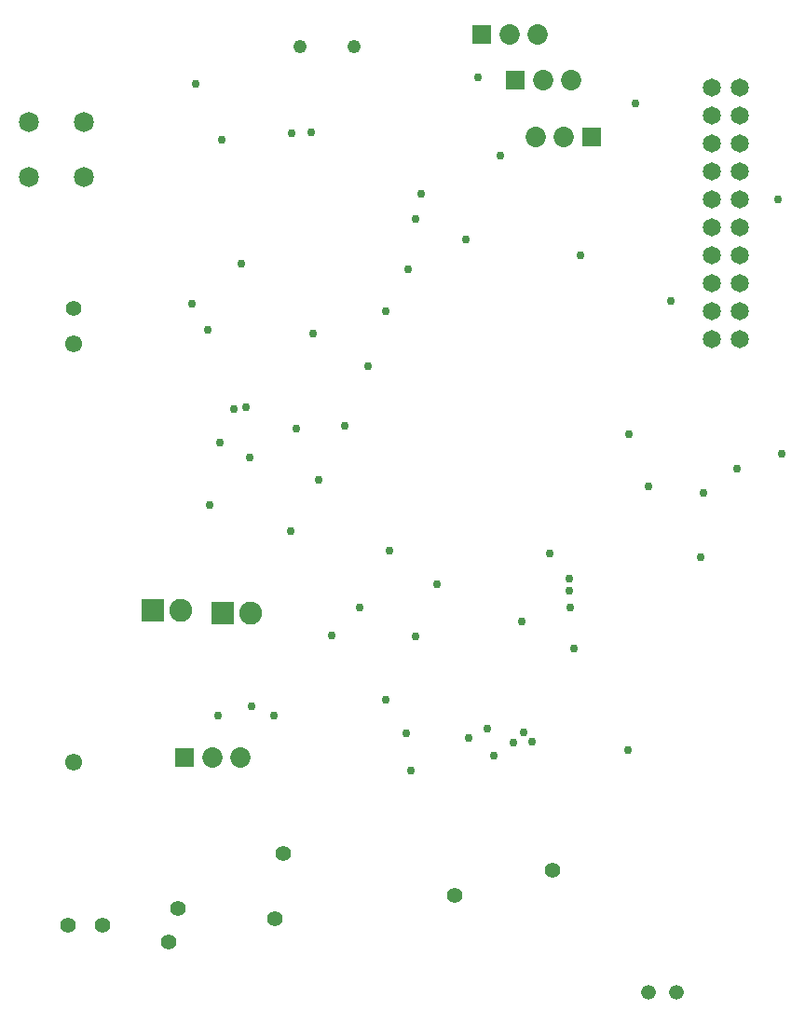
<source format=gbs>
G04*
G04 #@! TF.GenerationSoftware,Altium Limited,Altium Designer,18.1.9 (240)*
G04*
G04 Layer_Color=16711935*
%FSAX24Y24*%
%MOIN*%
G70*
G01*
G75*
%ADD48R,0.0708X0.0708*%
%ADD49C,0.0729*%
%ADD50C,0.0650*%
%ADD51C,0.0522*%
%ADD52C,0.0719*%
%ADD53C,0.0483*%
%ADD54C,0.0611*%
%ADD55R,0.0793X0.0793*%
%ADD56C,0.0818*%
%ADD57C,0.0300*%
%ADD58C,0.0550*%
D48*
X017925Y022361D02*
D03*
X029750Y046567D02*
D03*
X032500Y044539D02*
D03*
X028537Y048221D02*
D03*
D49*
X018925Y022361D02*
D03*
X019925D02*
D03*
X030750Y046567D02*
D03*
X031750D02*
D03*
X030500Y044539D02*
D03*
X031500D02*
D03*
X030537Y048221D02*
D03*
X029537D02*
D03*
D50*
X036795Y037300D02*
D03*
X037795D02*
D03*
X036795Y038300D02*
D03*
X037795D02*
D03*
X036795Y039300D02*
D03*
X037795D02*
D03*
X036795Y040300D02*
D03*
X037795D02*
D03*
X036795Y041300D02*
D03*
X037795D02*
D03*
X036795Y042300D02*
D03*
X037795D02*
D03*
X036795Y043300D02*
D03*
X037795D02*
D03*
X036795Y044300D02*
D03*
X037795D02*
D03*
X036795Y045300D02*
D03*
X037795D02*
D03*
X036795Y046300D02*
D03*
X037795D02*
D03*
D51*
X034522Y013950D02*
D03*
X035522D02*
D03*
D52*
X014334Y043116D02*
D03*
Y045084D02*
D03*
X012366D02*
D03*
Y043116D02*
D03*
D53*
X022064Y047771D02*
D03*
X023985D02*
D03*
D54*
X013950Y022187D02*
D03*
Y037148D02*
D03*
D55*
X016793Y027600D02*
D03*
X019300Y027533D02*
D03*
D56*
X017793Y027600D02*
D03*
X020300Y027533D02*
D03*
D57*
X031695Y028323D02*
D03*
X031718Y027700D02*
D03*
X020328Y024173D02*
D03*
X020115Y034876D02*
D03*
X030068Y023260D02*
D03*
X028763Y023367D02*
D03*
X025868Y023229D02*
D03*
X026018Y021871D02*
D03*
X021708Y030460D02*
D03*
X022708Y032270D02*
D03*
X019179Y033610D02*
D03*
X019688Y034810D02*
D03*
X019268Y044447D02*
D03*
X024193Y027725D02*
D03*
X026186Y026671D02*
D03*
X029984Y027213D02*
D03*
X026966Y028538D02*
D03*
X033813Y033923D02*
D03*
X026380Y042521D02*
D03*
X028431Y046670D02*
D03*
X029222Y043871D02*
D03*
X035309Y038671D02*
D03*
X026181Y041621D02*
D03*
X027981Y040871D02*
D03*
X025930Y039821D02*
D03*
X032100Y040300D02*
D03*
X025107Y038300D02*
D03*
X039150Y042300D02*
D03*
X022443Y044719D02*
D03*
X019942Y040004D02*
D03*
X018189Y038573D02*
D03*
X021767Y044676D02*
D03*
X024475Y036337D02*
D03*
X022527Y037527D02*
D03*
X018750Y037650D02*
D03*
X018334Y046457D02*
D03*
X021922Y034109D02*
D03*
X018811Y031382D02*
D03*
X023652Y034232D02*
D03*
X034050Y045750D02*
D03*
X020270Y033083D02*
D03*
X039300Y033204D02*
D03*
X037672Y032696D02*
D03*
X034522Y032035D02*
D03*
X036495Y031813D02*
D03*
X030345Y022920D02*
D03*
X029687Y022891D02*
D03*
X036381Y029527D02*
D03*
X033795Y022620D02*
D03*
X028095Y023058D02*
D03*
X025250Y029763D02*
D03*
X031845Y026244D02*
D03*
X031695Y028750D02*
D03*
X031002Y029665D02*
D03*
X028995Y022413D02*
D03*
X025107Y024420D02*
D03*
X023192Y026700D02*
D03*
X021136Y023850D02*
D03*
X019116D02*
D03*
D58*
X021437Y018900D02*
D03*
X017700Y016950D02*
D03*
X017359Y015755D02*
D03*
X021150Y016579D02*
D03*
X031081Y018305D02*
D03*
X027587Y017400D02*
D03*
X013950Y038400D02*
D03*
X015000Y016355D02*
D03*
X013769D02*
D03*
M02*

</source>
